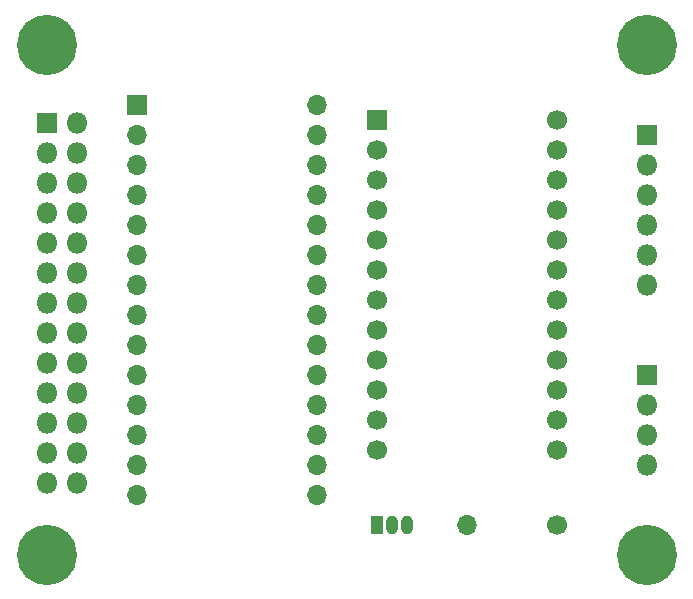
<source format=gbs>
G04 #@! TF.GenerationSoftware,KiCad,Pcbnew,(5.1.6)-1*
G04 #@! TF.CreationDate,2021-10-09T22:21:21+02:00*
G04 #@! TF.ProjectId,kicad-c128keyb,6b696361-642d-4633-9132-386b6579622e,rev?*
G04 #@! TF.SameCoordinates,Original*
G04 #@! TF.FileFunction,Soldermask,Bot*
G04 #@! TF.FilePolarity,Negative*
%FSLAX46Y46*%
G04 Gerber Fmt 4.6, Leading zero omitted, Abs format (unit mm)*
G04 Created by KiCad (PCBNEW (5.1.6)-1) date 2021-10-09 22:21:21*
%MOMM*%
%LPD*%
G01*
G04 APERTURE LIST*
%ADD10C,5.100000*%
%ADD11R,1.800000X1.800000*%
%ADD12O,1.800000X1.800000*%
%ADD13C,1.700000*%
%ADD14R,1.700000X1.700000*%
%ADD15O,1.700000X1.700000*%
%ADD16O,1.000000X1.600000*%
%ADD17R,1.000000X1.600000*%
G04 APERTURE END LIST*
D10*
X99060000Y-106680000D03*
X149860000Y-106680000D03*
X149860000Y-63500000D03*
X99060000Y-63500000D03*
D11*
X99060000Y-70104000D03*
D12*
X101600000Y-70104000D03*
X99060000Y-72644000D03*
X101600000Y-72644000D03*
X99060000Y-75184000D03*
X101600000Y-75184000D03*
X99060000Y-77724000D03*
X101600000Y-77724000D03*
X99060000Y-80264000D03*
X101600000Y-80264000D03*
X99060000Y-82804000D03*
X101600000Y-82804000D03*
X99060000Y-85344000D03*
X101600000Y-85344000D03*
X99060000Y-87884000D03*
X101600000Y-87884000D03*
X99060000Y-90424000D03*
X101600000Y-90424000D03*
X99060000Y-92964000D03*
X101600000Y-92964000D03*
X99060000Y-95504000D03*
X101600000Y-95504000D03*
X99060000Y-98044000D03*
X101600000Y-98044000D03*
X99060000Y-100584000D03*
X101600000Y-100584000D03*
D13*
X142240000Y-69850000D03*
X142240000Y-72390000D03*
X142240000Y-74930000D03*
X142240000Y-77470000D03*
X142240000Y-80010000D03*
X142240000Y-82550000D03*
X142240000Y-85090000D03*
X142240000Y-87630000D03*
X142240000Y-90170000D03*
X142240000Y-92710000D03*
X142240000Y-95250000D03*
X142240000Y-97790000D03*
X127000000Y-97790000D03*
X127000000Y-95250000D03*
X127000000Y-92710000D03*
X127000000Y-90170000D03*
X127000000Y-87630000D03*
X127000000Y-85090000D03*
X127000000Y-82550000D03*
X127000000Y-80010000D03*
X127000000Y-77470000D03*
X127000000Y-74930000D03*
X127000000Y-72390000D03*
D14*
X127000000Y-69850000D03*
X106680000Y-68580000D03*
D15*
X121920000Y-101600000D03*
X106680000Y-71120000D03*
X121920000Y-99060000D03*
X106680000Y-73660000D03*
X121920000Y-96520000D03*
X106680000Y-76200000D03*
X121920000Y-93980000D03*
X106680000Y-78740000D03*
X121920000Y-91440000D03*
X106680000Y-81280000D03*
X121920000Y-88900000D03*
X106680000Y-83820000D03*
X121920000Y-86360000D03*
X106680000Y-86360000D03*
X121920000Y-83820000D03*
X106680000Y-88900000D03*
X121920000Y-81280000D03*
X106680000Y-91440000D03*
X121920000Y-78740000D03*
X106680000Y-93980000D03*
X121920000Y-76200000D03*
X106680000Y-96520000D03*
X121920000Y-73660000D03*
X106680000Y-99060000D03*
X121920000Y-71120000D03*
X106680000Y-101600000D03*
X121920000Y-68580000D03*
D13*
X142240000Y-104140000D03*
D15*
X134620000Y-104140000D03*
D16*
X128270000Y-104140000D03*
X129540000Y-104140000D03*
D17*
X127000000Y-104140000D03*
D11*
X149860000Y-71120000D03*
D12*
X149860000Y-73660000D03*
X149860000Y-76200000D03*
X149860000Y-78740000D03*
X149860000Y-81280000D03*
X149860000Y-83820000D03*
D11*
X149860000Y-91440000D03*
D12*
X149860000Y-93980000D03*
X149860000Y-96520000D03*
X149860000Y-99060000D03*
M02*

</source>
